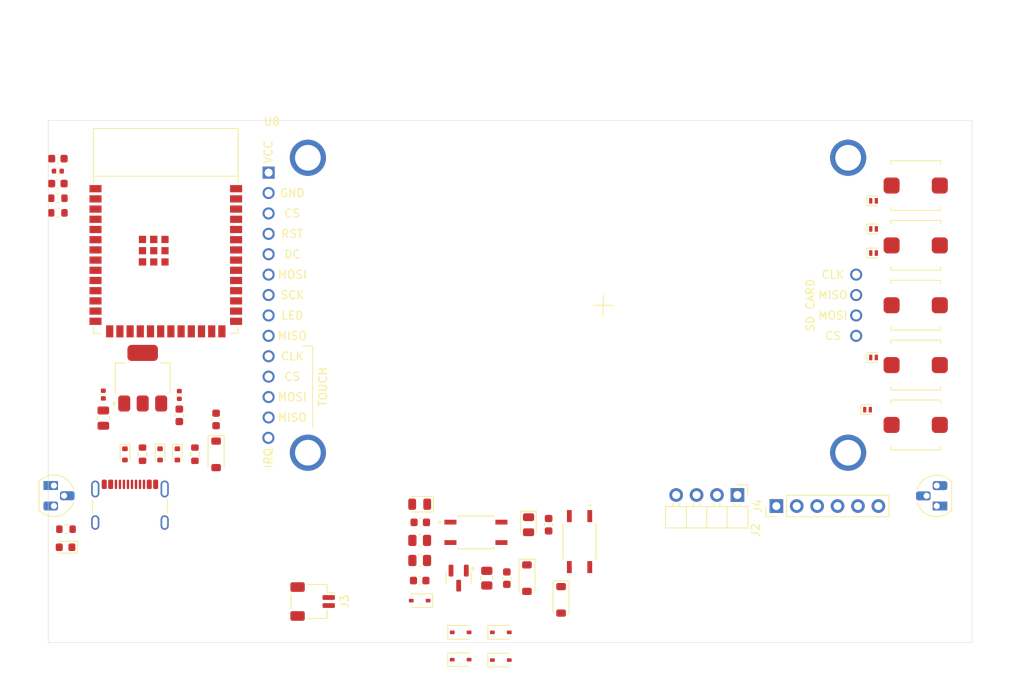
<source format=kicad_pcb>
(kicad_pcb (version 20240108) (generator "pcbnew") (generator_version "8.0")
  (layers (0 "F.Cu" signal) (31 "B.Cu" signal) (34 "B.Paste" user) (35 "F.Paste" user) (36 "B.SilkS" user "B.Silkscreen") (37 "F.SilkS" user "F.Silkscreen") (38 "B.Mask" user) (39 "F.Mask" user) (44 "Edge.Cuts" user))
  (net 0 "")
  (net 1 "Net-(D5-K)")
  (net 2 "Net-(U1-EN)")
  (net 3 "Net-(D10-K)")
  (net 4 "Net-(D11-K)")
  (net 5 "Net-(C11-Pad2)")
  (net 6 "Disp_MOSI")
  (net 7 "Disp_SCK")
  (net 8 "onewire")
  (net 9 "boil_to_cntr")
  (net 10 "cntr_to_boil")
  (net 11 "TOF_SCL")
  (net 12 "TOF_SDA")
  (net 13 "Disp_RES")
  (net 14 "Disp_LED")
  (net 15 "Disp_DC")
  (net 16 "VCC_3V3")
  (net 17 "Net-(C12-Pad2)")
  (net 18 "USB D+")
  (net 19 "USB D-")
  (net 20 "WS2812_CTRL")
  (net 21 "Net-(D6-K)")
  (net 22 "Net-(D6-A)")
  (net 23 "SD_MOSI")
  (net 24 "SD_MISO")
  (net 25 "SD_CS")
  (net 26 "SD_SCK")
  (net 27 "btn_up")
  (net 28 "btn_down")
  (net 29 "btn_confirm")
  (net 30 "btn_back")
  (net 31 "btn_home")
  (net 32 "Disp_CS")
  (net 33 "Disp_MISO")
  (net 34 "TOF_GPIO01")
  (net 35 "TOF_XSHUT")
  (net 36 "Net-(D8-A)")
  (net 37 "Net-(D12-K)")
  (net 42 "Net-(J1-CC2)")
  (net 43 "Net-(J1-CC1)")
  (net 60 "GND")
  (net 61 "VCC_5V")
  (net 62 "GND1")
  (net 63 "Vusb")
  (footprint "Project:SW_Push_SPEH" (layer "F.Cu") (at 189 89.9)
    (property "Reference" "SW5" (hide yes))
    (property "Value" "btn_back")
    (pad "1" smd roundrect (at -3 0) (size 2 2) (layers "F.Cu" "F.Paste" "F.Mask") (net 60 "GND"))
    (pad "2" smd roundrect (at 3 0) (size 2 2) (layers "F.Cu" "F.Paste" "F.Mask") (net 30 "btn_back"))
  )
  (footprint "Connector_JST:JST_SH_SM02B-SRSS-TB_1x02-1MP_P1.00mm_Horizontal" (layer "F.Cu") (at 113.92 111.885 -90)
    (property "Reference" "J3" (at 0 -3.98 -90) (layer "F.SilkS"))
    (property "Value" "Boiler")
    (pad "1" smd roundrect (at -0.5 -2 270) (size 0.6 1.55) (layers "F.Cu" "F.Paste" "F.Mask") (net 22 "Net-(D6-A)"))
    (pad "2" smd roundrect (at 0.5 -2 270) (size 0.6 1.55) (layers "F.Cu" "F.Paste" "F.Mask") (net 36 "Net-(D8-A)"))
    (pad "MP" smd roundrect (at -1.8 1.875 270) (size 1.2 1.8) (layers "F.Cu" "F.Paste" "F.Mask") (roundrect_rratio 0.208333))
    (pad "MP" smd roundrect (at 1.8 1.875 270) (size 1.2 1.8) (layers "F.Cu" "F.Paste" "F.Mask") (roundrect_rratio 0.208333))
  )
  (footprint "Package_TO_SOT_SMD:SOT-223-3_TabPin2" (layer "F.Cu") (at 92.764 84.0825 90)
    (property "Reference" "U2" (hide yes))
    (property "Value" "SGM2212-3.3XKC3G/TR")
    (pad "1" smd roundrect (at -3.15 -2.3 90) (size 2 1.5) (layers "F.Cu" "F.Paste" "F.Mask") (net 61 "VCC_5V"))
    (pad "2" smd roundrect (at -3.15 0 90) (size 2 1.5) (layers "F.Cu" "F.Paste" "F.Mask") (net 60 "GND"))
    (pad "2" smd roundrect (at 3.15 0 90) (size 2 3.8) (layers "F.Cu" "F.Paste" "F.Mask") (net 60 "GND"))
    (pad "3" smd roundrect (at -3.15 2.3 90) (size 2 1.5) (layers "F.Cu" "F.Paste" "F.Mask") (net 16 "VCC_3V3"))
  )
  (footprint "Project:SW_Push_SPEH" (layer "F.Cu") (at 189 82.45)
    (property "Reference" "SW4" (hide yes))
    (property "Value" "btn_confirm")
    (pad "1" smd roundrect (at -3 0) (size 2 2) (layers "F.Cu" "F.Paste" "F.Mask") (net 60 "GND"))
    (pad "2" smd roundrect (at 3 0) (size 2 2) (layers "F.Cu" "F.Paste" "F.Mask") (net 29 "btn_confirm"))
  )
  (footprint "Capacitor_SMD:C_0603_1608Metric" (layer "F.Cu") (at 82.2 56.75 180)
    (property "Reference" "C2" (hide yes))
    (property "Value" "0.1u" (hide yes))
    (pad "1" smd roundrect (at -0.775 0 180) (size 0.9 0.95) (layers "F.Cu" "F.Paste" "F.Mask") (net 16 "VCC_3V3"))
    (pad "2" smd roundrect (at 0.775 0 180) (size 0.9 0.95) (layers "F.Cu" "F.Paste" "F.Mask") (net 60 "GND"))
  )
  (footprint "Capacitor_SMD:C_0603_1608Metric" (layer "F.Cu") (at 127.25 109.275)
    (property "Reference" "C9" (hide yes))
    (property "Value" "10n")
    (pad "1" smd roundrect (at -0.775 0) (size 0.9 0.95) (layers "F.Cu" "F.Paste" "F.Mask") (net 62 "GND1"))
    (pad "2" smd roundrect (at 0.775 0) (size 0.9 0.95) (layers "F.Cu" "F.Paste" "F.Mask") (net 3 "Net-(D10-K)"))
  )
  (footprint "Resistor_SMD:R_0603_1608Metric" (layer "F.Cu") (at 92.74 93.545 -90)
    (property "Reference" "R3" (hide yes))
    (property "Value" "4k7")
    (pad "1" smd roundrect (at -0.825 0 270) (size 0.8 0.95) (layers "F.Cu" "F.Paste" "F.Mask") (net 60 "GND"))
    (pad "2" smd roundrect (at 0.825 0 270) (size 0.8 0.95) (layers "F.Cu" "F.Paste" "F.Mask") (net 43 "Net-(J1-CC1)"))
  )
  (footprint "Resistor_SMD:R_0805_2012Metric" (layer "F.Cu") (at 127.25 104.275 180)
    (property "Reference" "R6" (hide yes))
    (property "Value" "150")
    (pad "1" smd roundrect (at -0.9125 0 180) (size 1.025 1.4) (layers "F.Cu" "F.Paste" "F.Mask") (roundrect_rratio 0.243902) (net 5 "Net-(C11-Pad2)"))
    (pad "2" smd roundrect (at 0.9125 0 180) (size 1.025 1.4) (layers "F.Cu" "F.Paste" "F.Mask") (roundrect_rratio 0.243902) (net 62 "GND1"))
  )
  (footprint "Package_TO_SOT_SMD:SOT-23" (layer "F.Cu") (at 132.1 108.975 -90)
    (property "Reference" "Q1" (hide yes))
    (property "Value" "MMBT2907A")
    (pad "1" smd roundrect (at -0.9375 -0.95 270) (size 1.475 0.6) (layers "F.Cu" "F.Paste" "F.Mask") (net 4 "Net-(D11-K)"))
    (pad "2" smd roundrect (at -0.9375 0.95 270) (size 1.475 0.6) (layers "F.Cu" "F.Paste" "F.Mask") (net 3 "Net-(D10-K)"))
    (pad "3" smd roundrect (at 0.9375 0 270) (size 1.475 0.6) (layers "F.Cu" "F.Paste" "F.Mask") (net 21 "Net-(D6-K)"))
  )
  (footprint "Capacitor_SMD:C_0603_1608Metric" (layer "F.Cu") (at 101.904 89.2175 90)
    (property "Reference" "C5" (hide yes))
    (property "Value" "0.1u")
    (pad "1" smd roundrect (at -0.775 0 90) (size 0.9 0.95) (layers "F.Cu" "F.Paste" "F.Mask") (net 61 "VCC_5V"))
    (pad "2" smd roundrect (at 0.775 0 90) (size 0.9 0.95) (layers "F.Cu" "F.Paste" "F.Mask") (net 60 "GND"))
  )
  (footprint "Package_TO_SOT_THT:TO-92L_HandSolder" (layer "F.Cu") (at 81.71 97.45 -90)
    (property "Reference" "U6" (hide yes))
    (property "Value" "DS18S20")
    (pad "1" thru_hole rect (at 0 0 270) (size 1.1 1.8) (drill 0.75 (offset 0 0.4)) (layers "*.Cu" "*.Mask") (net 60 "GND"))
    (pad "2" thru_hole roundrect (at 1.27 -1.27 270) (size 1.1 1.8) (drill 0.75 (offset 0 -0.4)) (layers "*.Cu" "*.Mask") (net 8 "onewire"))
    (pad "3" thru_hole roundrect (at 2.54 0 270) (size 1.1 1.8) (drill 0.75 (offset 0 0.4)) (layers "*.Cu" "*.Mask") (net 16 "VCC_3V3"))
  )
  (footprint "LED_SMD:LED_0603_1608Metric" (layer "F.Cu") (at 83.165 105.13 180)
    (property "Reference" "D5" (hide yes))
    (property "Value" "XL-1608UGC-04" (hide yes))
    (pad "1" smd roundrect (at -0.7875 0 180) (size 0.875 0.95) (layers "F.Cu" "F.Paste" "F.Mask") (net 1 "Net-(D5-K)"))
    (pad "2" smd roundrect (at 0.7875 0 180) (size 0.875 0.95) (layers "F.Cu" "F.Paste" "F.Mask") (net 16 "VCC_3V3"))
  )
  (footprint "Diode_SMD:D_SOD-123" (layer "F.Cu") (at 144.85 111.675 -90)
    (property "Reference" "D12" (hide yes))
    (property "Value" "BZT52C4V3")
    (pad "1" smd roundrect (at -1.65 0 270) (size 0.9 1.2) (layers "F.Cu" "F.Paste" "F.Mask") (net 37 "Net-(D12-K)"))
    (pad "2" smd roundrect (at 1.65 0 270) (size 0.9 1.2) (layers "F.Cu" "F.Paste" "F.Mask") (net 62 "GND1"))
  )
  (footprint "Capacitor_SMD:C_0402_1005Metric" (layer "F.Cu") (at 82.2 58.3025 180)
    (property "Reference" "C3" (hide yes))
    (property "Value" "10u" (hide yes))
    (pad "1" smd roundrect (at -0.48 0 180) (size 0.56 0.62) (layers "F.Cu" "F.Paste" "F.Mask") (net 16 "VCC_3V3"))
    (pad "2" smd roundrect (at 0.48 0 180) (size 0.56 0.62) (layers "F.Cu" "F.Paste" "F.Mask") (net 60 "GND"))
  )
  (footprint "Diode_SMD:D_0805_2012Metric" (layer "F.Cu") (at 127.25 99.775 180)
    (property "Reference" "R9" (hide yes))
    (property "Value" "330")
    (pad "1" smd roundrect (at -0.9375 0 180) (size 0.975 1.4) (layers "F.Cu" "F.Paste" "F.Mask") (net 10 "cntr_to_boil"))
    (pad "2" smd roundrect (at 0.9375 0 180) (size 0.975 1.4) (layers "F.Cu" "F.Paste" "F.Mask") (net 60 "GND"))
  )
  (footprint "Diode_SMD:D_SOD-323" (layer "F.Cu") (at 137.35 119.175)
    (property "Reference" "D9" (hide yes))
    (property "Value" "1N4148WS")
    (pad "1" smd roundrect (at -1.05 0) (size 0.6 0.45) (layers "F.Cu" "F.Paste" "F.Mask") (net 36 "Net-(D8-A)"))
    (pad "2" smd roundrect (at 1.05 0) (size 0.6 0.45) (layers "F.Cu" "F.Paste" "F.Mask") (net 62 "GND1"))
  )
  (footprint "Capacitor_SMD:C_0603_1608Metric" (layer "F.Cu") (at 138.1 108.975 -90)
    (property "Reference" "C10" (hide yes))
    (property "Value" "2n2")
    (pad "1" smd roundrect (at -0.775 0 270) (size 0.9 0.95) (layers "F.Cu" "F.Paste" "F.Mask") (net 4 "Net-(D11-K)"))
    (pad "2" smd roundrect (at 0.775 0 270) (size 0.9 0.95) (layers "F.Cu" "F.Paste" "F.Mask") (net 62 "GND1"))
  )
  (footprint "Thermostat:ILI9341" (layer "F.Cu") (at 150.1 75)
    (property "Reference" "U8" (at -41.25 -22.86 0) (layer "F.SilkS"))
    (property "Value" "ILI9341_touch")
    (fp_text user "LED" (at -38.71 1.27 0) (layer "F.SilkS"))
    (fp_text user "CLK" (at 28.6 -3.81 0) (layer "F.SilkS"))
    (fp_text user "VCC" (at -41.69 -19.05 90) (layer "F.SilkS"))
    (fp_text user "SD CARD" (at 25.781 0 90) (layer "F.SilkS"))
    (fp_text user "CS" (at 28.6 3.81 0) (layer "F.SilkS"))
    (fp_text user "GND" (at -38.71 -13.97 0) (layer "F.SilkS"))
    (fp_text user "MISO" (at -38.71 13.97 0) (layer "F.SilkS"))
    (fp_text user "MOSI" (at -38.71 -3.81 0) (layer "F.SilkS"))
    (fp_text user "MISO" (at -38.71 3.81 0) (layer "F.SilkS"))
    (fp_text user "CLK" (at -38.71 6.35 0) (layer "F.SilkS"))
    (fp_text user "RST" (at -38.71 -8.89 0) (layer "F.SilkS"))
    (fp_text user "DC" (at -38.71 -6.35 0) (layer "F.SilkS"))
    (fp_text user "TOUCH" (at -34.9 10.16 90) (layer "F.SilkS"))
    (fp_text user "MOSI" (at -38.71 11.43 0) (layer "F.SilkS"))
    (fp_text user "CS" (at -38.71 -11.43 0) (layer "F.SilkS"))
    (fp_text user "MOSI" (at 28.6 1.27 0) (layer "F.SilkS"))
    (fp_text user "IRQ" (at -41.69 19.05 90) (layer "F.SilkS"))
    (fp_text user "SCK" (at -38.71 -1.27 0) (layer "F.SilkS"))
    (fp_text user "CS" (at -38.71 8.89 0) (layer "F.SilkS"))
    (fp_text user "MISO" (at 28.6 -1.27 0) (layer "F.SilkS"))
    (pad "" thru_hole circle (at -36.77 -18.36) (size 4.5 4.5) (drill 3.2) (layers "*.Cu" "*.Mask"))
    (pad "" thru_hole circle (at -36.77 18.36) (size 4.5 4.5) (drill 3.2) (layers "*.Cu" "*.Mask"))
    (pad "" thru_hole circle (at 30.49 -18.36) (size 4.5 4.5) (drill 3.2) (layers "*.Cu" "*.Mask"))
    (pad "" thru_hole circle (at 30.49 18.36) (size 4.5 4.5) (drill 3.2) (layers "*.Cu" "*.Mask"))
    (pad "1" thru_hole rect (at -41.66 -16.51) (size 1.5 1.5) (drill 1) (layers "*.Cu" "*.Mask") (net 16 "VCC_3V3"))
    (pad "2" thru_hole circle (at -41.66 -13.97) (size 1.5 1.5) (drill 1) (layers "*.Cu" "*.Mask") (net 60 "GND"))
    (pad "3" thru_hole circle (at -41.66 -11.43) (size 1.5 1.5) (drill 1) (layers "*.Cu" "*.Mask") (net 32 "Disp_CS"))
    (pad "4" thru_hole circle (at -41.66 -8.89) (size 1.5 1.5) (drill 1) (layers "*.Cu" "*.Mask") (net 13 "Disp_RES"))
    (pad "5" thru_hole circle (at -41.66 -6.35) (size 1.5 1.5) (drill 1) (layers "*.Cu" "*.Mask") (net 15 "Disp_DC"))
    (pad "6" thru_hole circle (at -41.66 -3.81) (size 1.5 1.5) (drill 1) (layers "*.Cu" "*.Mask") (net 6 "Disp_MOSI"))
    (pad "7" thru_hole circle (at -41.66 -1.27) (size 1.5 1.5) (drill 1) (layers "*.Cu" "*.Mask") (net 7 "Disp_SCK"))
    (pad "8" thru_hole circle (at -41.66 1.27) (size 1.5 1.5) (drill 1) (layers "*.Cu" "*.Mask") (net 14 "Disp_LED"))
    (pad "9" thru_hole circle (at -41.66 3.81) (size 1.5 1.5) (drill 1) (layers "*.Cu" "*.Mask") (net 33 "Disp_MISO"))
    (pad "10" thru_hole circle (at -41.66 6.35) (size 1.5 1.5) (drill 1) (layers "*.Cu" "*.Mask"))
    (pad "11" thru_hole circle (at -41.66 8.89) (size 1.5 1.5) (drill 1) (layers "*.Cu" "*.Mask"))
    (pad "12" thru_hole circle (at -41.66 11.43) (size 1.5 1.5) (drill 1) (layers "*.Cu" "*.Mask"))
    (pad "13" thru_hole circle (at -41.66 13.97) (size 1.5 1.5) (drill 1) (layers "*.Cu" "*.Mask"))
    (pad "14" thru_hole circle (at -41.69 16.51) (size 1.5 1.5) (drill 1) (layers "*.Cu" "*.Mask"))
    (pad "15" thru_hole circle (at 31.49 -3.81) (size 1.5 1.5) (drill 1) (layers "*.Cu" "*.Mask") (net 25 "SD_CS"))
    (pad "16" thru_hole circle (at 31.49 -1.27) (size 1.5 1.5) (drill 1) (layers "*.Cu" "*.Mask") (net 23 "SD_MOSI"))
    (pad "17" thru_hole circle (at 31.49 1.27) (size 1.5 1.5) (drill 1) (layers "*.Cu" "*.Mask") (net 24 "SD_MISO"))
    (pad "18" thru_hole circle (at 31.49 3.81) (size 1.5 1.5) (drill 1) (layers "*.Cu" "*.Mask") (net 26 "SD_SCK"))
  )
  (footprint "Resistor_SMD:R_0603_1608Metric" (layer "F.Cu") (at 99.268 93.545 -90)
    (property "Reference" "R2" (hide yes))
    (property "Value" "4k7")
    (pad "1" smd roundrect (at -0.825 0 270) (size 0.8 0.95) (layers "F.Cu" "F.Paste" "F.Mask") (net 60 "GND"))
    (pad "2" smd roundrect (at 0.825 0 270) (size 0.8 0.95) (layers "F.Cu" "F.Paste" "F.Mask") (net 42 "Net-(J1-CC2)"))
  )
  (footprint "Resistor_SMD:R_0603_1608Metric" (layer "F.Cu") (at 82.2 63.5 180)
    (property "Reference" "R10" (hide yes))
    (property "Value" "4k7")
    (pad "1" smd roundrect (at -0.825 0 180) (size 0.8 0.95) (layers "F.Cu" "F.Paste" "F.Mask") (net 8 "onewire"))
    (pad "2" smd roundrect (at 0.825 0 180) (size 0.8 0.95) (layers "F.Cu" "F.Paste" "F.Mask") (net 16 "VCC_3V3"))
  )
  (footprint "Diode_SMD:D_SOD-523" (layer "F.Cu") (at 94.926 93.5675 -90)
    (property "Reference" "D2" (hide yes))
    (property "Value" "LESD5D5.0CT1G")
    (pad "1" smd roundrect (at -0.7 0 90) (size 0.6 0.7) (layers "F.Cu" "F.Paste" "F.Mask") (net 60 "GND"))
    (pad "2" smd roundrect (at 0.7 0 90) (size 0.6 0.7) (layers "F.Cu" "F.Paste" "F.Mask") (net 19 "USB D-"))
  )
  (footprint "Connector_USB:USB_C_Receptacle_GCT_USB4105-xx-A_16P_TopMnt_Horizontal" (layer "F.Cu") (at 91.18 100.98)
    (property "Reference" "J1" (hide yes))
    (property "Value" "USB-C port")
    (pad "" np_thru_hole circle (at -2.89 -2.605) (size 0.65 0.65) (drill 0.65) (layers "F&B.Cu" "*.Mask"))
    (pad "" np_thru_hole circle (at 2.89 -2.605) (size 0.65 0.65) (drill 0.65) (layers "F&B.Cu" "*.Mask"))
    (pad "A1" smd roundrect (at -3.2 -3.68) (size 0.6 1.15) (layers "F.Cu" "F.Paste" "F.Mask") (net 60 "GND"))
    (pad "A4" smd roundrect (at -2.4 -3.68) (size 0.6 1.15) (layers "F.Cu" "F.Paste" "F.Mask") (net 63 "Vusb"))
    (pad "A5" smd roundrect (at -1.25 -3.68) (size 0.3 1.15) (layers "F.Cu" "F.Paste" "F.Mask") (net 43 "Net-(J1-CC1)"))
    (pad "A6" smd roundrect (at -0.25 -3.68) (size 0.3 1.15) (layers "F.Cu" "F.Paste" "F.Mask") (net 18 "USB D+"))
    (pad "A7" smd roundrect (at 0.25 -3.68) (size 0.3 1.15) (layers "F.Cu" "F.Paste" "F.Mask") (net 19 "USB D-"))
    (pad "A8" smd roundrect (at 1.25 -3.68) (size 0.3 1.15) (layers "F.Cu" "F.Paste" "F.Mask"))
    (pad "A9" smd roundrect (at 2.4 -3.68) (size 0.6 1.15) (layers "F.Cu" "F.Paste" "F.Mask") (net 63 "Vusb"))
    (pad "A12" smd roundrect (at 3.2 -3.68) (size 0.6 1.15) (layers "F.Cu" "F.Paste" "F.Mask") (net 60 "GND"))
    (pad "B1" smd roundrect (at 3.2 -3.68) (size 0.6 1.15) (layers "F.Cu" "F.Paste" "F.Mask") (net 60 "GND"))
    (pad "B4" smd roundrect (at 2.4 -3.68) (size 0.6 1.15) (layers "F.Cu" "F.Paste" "F.Mask") (net 63 "Vusb"))
    (pad "B5" smd roundrect (at 1.75 -3.68) (size 0.3 1.15) (layers "F.Cu" "F.Paste" "F.Mask") (net 42 "Net-(J1-CC2)"))
    (pad "B6" smd roundrect (at 0.75 -3.68) (size 0.3 1.15) (layers "F.Cu" "F.Paste" "F.Mask") (net 18 "USB D+"))
    (pad "B7" smd roundrect (at -0.75 -3.68) (size 0.3 1.15) (layers "F.Cu" "F.Paste" "F.Mask") (net 19 "USB D-"))
    (pad "B8" smd roundrect (at -1.75 -3.68) (size 0.3 1.15) (layers "F.Cu" "F.Paste" "F.Mask"))
    (pad "B9" smd roundrect (at -2.4 -3.68) (size 0.6 1.15) (layers "F.Cu" "F.Paste" "F.Mask") (net 63 "Vusb"))
    (pad "B12" smd roundrect (at -3.2 -3.68) (size 0.6 1.15) (layers "F.Cu" "F.Paste" "F.Mask") (net 60 "GND"))
    (pad "S1" thru_hole oval (at -4.32 -3.105) (size 1 2.1) (drill oval 0.6 1.7) (layers "*.Cu" "*.Mask" "F.Paste"))
    (pad "S1" thru_hole oval (at -4.32 1.075) (size 1 1.8) (drill oval 0.6 1.4) (layers "*.Cu" "*.Mask" "F.Paste"))
    (pad "S1" thru_hole oval (at 4.32 -3.105) (size 1 2.1) (drill oval 0.6 1.7) (layers "*.Cu" "*.Mask" "F.Paste"))
    (pad "S1" thru_hole oval (at 4.32 1.075) (size 1 1.8) (drill oval 0.6 1.4) (layers "*.Cu" "*.Mask" "F.Paste"))
  )
  (footprint "Capacitor_SMD:C_0603_1608Metric" (layer "F.Cu") (at 143.3 102.325 -90)
    (property "Reference" "C12" (hide yes))
    (property "Value" "2n2")
    (pad "1" smd roundrect (at -0.775 0 270) (size 0.9 0.95) (layers "F.Cu" "F.Paste" "F.Mask") (net 60 "GND"))
    (pad "2" smd roundrect (at 0.775 0 270) (size 0.9 0.95) (layers "F.Cu" "F.Paste" "F.Mask") (net 17 "Net-(C12-Pad2)"))
  )
  (footprint "Diode_SMD:D_SOD-882" (layer "F.Cu") (at 183.75 62)
    (property "Reference" "D13" (hide yes))
    (property "Value" "LESD8D3.3CAT5G-ES")
    (pad "1" smd roundrect (at -0.35 0) (size 0.4 0.7) (layers "F.Cu" "F.Mask") (roundrect_rratio 0.125) (net 60 "GND"))
    (pad "2" smd roundrect (at 0.35 0) (size 0.4 0.7) (layers "F.Cu" "F.Mask") (roundrect_rratio 0.125) (net 31 "btn_home"))
  )
  (footprint "Project:SW_Push_SPEH" (layer "F.Cu") (at 189 60.1)
    (property "Reference" "SW1" (hide yes))
    (property "Value" "btn_home")
    (pad "1" smd roundrect (at -3 0) (size 2 2) (layers "F.Cu" "F.Paste" "F.Mask") (net 60 "GND"))
    (pad "2" smd roundrect (at 3 0) (size 2 2) (layers "F.Cu" "F.Paste" "F.Mask") (net 31 "btn_home"))
  )
  (footprint "Resistor_SMD:R_0603_1608Metric" (layer "F.Cu") (at 82.2 61.6775 180)
    (property "Reference" "R1" (hide yes))
    (property "Value" "10k")
    (pad "1" smd roundrect (at -0.825 0 180) (size 0.8 0.95) (layers "F.Cu" "F.Paste" "F.Mask") (net 2 "Net-(U1-EN)"))
    (pad "2" smd roundrect (at 0.825 0 180) (size 0.8 0.95) (layers "F.Cu" "F.Paste" "F.Mask") (net 16 "VCC_3V3"))
  )
  (footprint "Project:PinHeader_1x04_P2.54mm_Horizontal" (layer "F.Cu") (at 166.8 98.625 -90)
    (property "Reference" "J2" (at 4.385 -2.27 90) (layer "F.SilkS"))
    (property "Value" "Test connector")
    (pad "1" thru_hole rect (at 0 0 270) (size 1.7 1.7) (drill 1) (layers "*.Cu" "*.Mask") (net 61 "VCC_5V"))
    (pad "2" thru_hole oval (at 0 2.54 270) (size 1.7 1.7) (drill 1) (layers "*.Cu" "*.Mask") (net 16 "VCC_3V3"))
    (pad "3" thru_hole oval (at 0 5.08 270) (size 1.7 1.7) (drill 1) (layers "*.Cu" "*.Mask") (net 62 "GND1"))
    (pad "4" thru_hole oval (at 0 7.62 270) (size 1.7 1.7) (drill 1) (layers "*.Cu" "*.Mask") (net 60 "GND"))
  )
  (footprint "Resistor_SMD:R_0603_1608Metric" (layer "F.Cu") (at 83.215 102.88)
    (property "Reference" "R4" (hide yes))
    (property "Value" "5k1" (hide yes))
    (pad "1" smd roundrect (at -0.825 0) (size 0.8 0.95) (layers "F.Cu" "F.Paste" "F.Mask") (net 60 "GND"))
    (pad "2" smd roundrect (at 0.825 0) (size 0.8 0.95) (layers "F.Cu" "F.Paste" "F.Mask") (net 1 "Net-(D5-K)"))
  )
  (footprint "Diode_SMD:D_SOD-123" (layer "F.Cu") (at 101.904 93.5675 -90)
    (property "Reference" "D4" (hide yes))
    (property "Value" "1N5819HW-7-F")
    (pad "1" smd roundrect (at -1.65 0 270) (size 0.9 1.2) (layers "F.Cu" "F.Paste" "F.Mask") (net 61 "VCC_5V"))
    (pad "2" smd roundrect (at 1.65 0 270) (size 0.9 1.2) (layers "F.Cu" "F.Paste" "F.Mask") (net 63 "Vusb"))
  )
  (footprint "Resistor_SMD:R_0805_2012Metric" (layer "F.Cu") (at 127.25 106.775 180)
    (property "Reference" "R5" (hide yes))
    (property "Value" "200")
    (pad "1" smd roundrect (at -0.9125 0 180) (size 1.025 1.4) (layers "F.Cu" "F.Paste" "F.Mask") (roundrect_rratio 0.243902) (net 3 "Net-(D10-K)"))
    (pad "2" smd roundrect (at 0.9125 0 180) (size 1.025 1.4) (layers "F.Cu" "F.Paste" "F.Mask") (roundrect_rratio 0.243902) (net 5 "Net-(C11-Pad2)"))
  )
  (footprint "Diode_SMD:D_SOD-523" (layer "F.Cu") (at 90.554 93.5675 -90)
    (property "Reference" "D3" (hide yes))
    (property "Value" "LESD5D5.0CT1G")
    (pad "1" smd roundrect (at -0.7 0 90) (size 0.6 0.7) (layers "F.Cu" "F.Paste" "F.Mask") (net 60 "GND"))
    (pad "2" smd roundrect (at 0.7 0 90) (size 0.6 0.7) (layers "F.Cu" "F.Paste" "F.Mask") (net 63 "Vusb"))
  )
  (footprint "Capacitor_SMD:C_0402_1005Metric" (layer "F.Cu") (at 87.864 86.1225 90)
    (property "Reference" "C4" (hide yes))
    (property "Value" "10u")
    (pad "1" smd roundrect (at -0.48 0 90) (size 0.56 0.62) (layers "F.Cu" "F.Paste" "F.Mask") (net 61 "VCC_5V"))
    (pad "2" smd roundrect (at 0.48 0 90) (size 0.56 0.62) (layers "F.Cu" "F.Paste" "F.Mask") (net 60 "GND"))
  )
  (footprint "Capacitor_SMD:C_0603_1608Metric" (layer "F.Cu") (at 97.324 88.7075 -90)
    (property "Reference" "C6" (hide yes))
    (property "Value" "0.1u")
    (pad "1" smd roundrect (at -0.775 0 270) (size 0.9 0.95) (layers "F.Cu" "F.Paste" "F.Mask") (net 16 "VCC_3V3"))
    (pad "2" smd roundrect (at 0.775 0 270) (size 0.9 0.95) (layers "F.Cu" "F.Paste" "F.Mask") (net 60 "GND"))
  )
  (footprint "EL357N-G:OPTO_EL357N-G" (layer "F.Cu") (at 134.25 103.275)
    (property "Reference" "U4" (hide yes))
    (property "Value" "EL357N-G")
    (pad "1" smd rect (at -3.175 -1.27) (size 1.5 0.6) (layers "F.Cu" "F.Paste" "F.Mask") (net 5 "Net-(C11-Pad2)"))
    (pad "2" smd rect (at -3.175 1.27) (size 1.5 0.6) (layers "F.Cu" "F.Paste" "F.Mask") (net 62 "GND1"))
    (pad "3" smd rect (at 3.175 1.27) (size 1.5 0.6) (layers "F.Cu" "F.Paste" "F.Mask") (net 10 "cntr_to_boil"))
    (pad "4" smd rect (at 3.175 -1.27) (size 1.5 0.6) (layers "F.Cu" "F.Paste" "F.Mask") (net 16 "VCC_3V3"))
  )
  (footprint "Capacitor_SMD:C_0402_1005Metric" (layer "F.Cu") (at 97.324 86.1725 90)
    (property "Reference" "C7" (hide yes))
    (property "Value" "10u")
    (pad "1" smd roundrect (at -0.48 0 90) (size 0.56 0.62) (layers "F.Cu" "F.Paste" "F.Mask") (net 16 "VCC_3V3"))
    (pad "2" smd roundrect (at 0.48 0 90) (size 0.56 0.62) (layers "F.Cu" "F.Paste" "F.Mask") (net 60 "GND"))
  )
  (footprint "Capacitor_SMD:C_0603_1608Metric" (layer "F.Cu") (at 127.32 102.03)
    (property "Reference" "C11" (hide yes))
    (property "Value" "10n")
    (pad "1" smd roundrect (at -0.775 0) (size 0.9 0.95) (layers "F.Cu" "F.Paste" "F.Mask") (net 62 "GND1"))
    (pad "2" smd roundrect (at 0.775 0) (size 0.9 0.95) (layers "F.Cu" "F.Paste" "F.Mask") (net 5 "Net-(C11-Pad2)"))
  )
  (footprint "Diode_SMD:D_SOD-323" (layer "F.Cu") (at 132.35 115.725)
    (property "Reference" "D6" (hide yes))
    (property "Value" "1N4148WS")
    (pad "1" smd roundrect (at -1.05 0) (size 0.6 0.45) (layers "F.Cu" "F.Paste" "F.Mask") (net 21 "Net-(D6-K)"))
    (pad "2" smd roundrect (at 1.05 0) (size 0.6 0.45) (layers "F.Cu" "F.Paste" "F.Mask") (net 22 "Net-(D6-A)"))
  )
  (footprint "EL357N-G:OPTO_EL357N-G" (layer "F.Cu") (at 147.15 104.425 -90)
    (property "Reference" "U3" (hide yes))
    (property "Value" "EL357N-G")
    (pad "1" smd rect (at -3.175 -1.27 270) (size 1.5 0.6) (layers "F.Cu" "F.Paste" "F.Mask") (net 17 "Net-(C12-Pad2)"))
    (pad "2" smd rect (at -3.175 1.27 270) (size 1.5 0.6) (layers "F.Cu" "F.Paste" "F.Mask") (net 60 "GND"))
    (pad "3" smd rect (at 3.175 1.27 270) (size 1.5 0.6) (layers "F.Cu" "F.Paste" "F.Mask") (net 37 "Net-(D12-K)"))
    (pad "4" smd rect (at 3.175 -1.27 270) (size 1.5 0.6) (layers "F.Cu" "F.Paste" "F.Mask") (net 4 "Net-(D11-K)"))
  )
  (footprint "Diode_SMD:D_SOD-882" (layer "F.Cu") (at 183.75 81.5)
    (property "Reference" "D16" (hide yes))
    (property "Value" "LESD8D3.3CAT5G-ES")
    (pad "1" smd roundrect (at -0.35 0) (size 0.4 0.7) (layers "F.Cu" "F.Mask") (roundrect_rratio 0.125) (net 60 "GND"))
    (pad "2" smd roundrect (at 0.35 0) (size 0.4 0.7) (layers "F.Cu" "F.Mask") (roundrect_rratio 0.125) (net 29 "btn_confirm"))
  )
  (footprint "Diode_SMD:D_SOD-882" (layer "F.Cu") (at 183 88)
    (property "Reference" "D17" (hide yes))
    (property "Value" "LESD8D3.3CAT5G-ES")
    (pad "1" smd roundrect (at -0.35 0) (size 0.4 0.7) (layers "F.Cu" "F.Mask") (roundrect_rratio 0.125) (net 60 "GND"))
    (pad "2" smd roundrect (at 0.35 0) (size 0.4 0.7) (layers "F.Cu" "F.Mask") (roundrect_rratio 0.125) (net 30 "btn_back"))
  )
  (footprint "Capacitor_SMD:C_0805_2012Metric" (layer "F.Cu") (at 87.864 89.0525 -90)
    (property "Reference" "C8" (hide yes))
    (property "Value" "22u")
    (pad "1" smd roundrect (at -0.95 0 270) (size 1 1.45) (layers "F.Cu" "F.Paste" "F.Mask") (net 61 "VCC_5V"))
    (pad "2" smd roundrect (at 0.95 0 270) (size 1 1.45) (layers "F.Cu" "F.Paste" "F.Mask") (net 60 "GND"))
  )
  (footprint "Diode_SMD:D_SOD-882" (layer "F.Cu") (at 183.75 68.5)
    (property "Reference" "D15" (hide yes))
    (property "Value" "LESD8D3.3CAT5G-ES")
    (pad "1" smd roundrect (at -0.35 0) (size 0.4 0.7) (layers "F.Cu" "F.Mask") (roundrect_rratio 0.125) (net 60 "GND"))
    (pad "2" smd roundrect (at 0.35 0) (size 0.4 0.7) (layers "F.Cu" "F.Mask") (roundrect_rratio 0.125) (net 28 "btn_down"))
  )
  (footprint "Diode_SMD:D_0805_2012Metric" (layer "F.Cu") (at 140.8 102.325 -90)
    (property "Reference" "R8" (hide yes))
    (property "Value" "1k5")
    (pad "1" smd roundrect (at -0.9375 0 270) (size 0.975 1.4) (layers "F.Cu" "F.Paste" "F.Mask") (net 9 "boil_to_cntr"))
    (pad "2" smd roundrect (at 0.9375 0 270) (size 0.975 1.4) (layers "F.Cu" "F.Paste" "F.Mask") (net 17 "Net-(C12-Pad2)"))
  )
  (footprint "Package_TO_SOT_THT:TO-92L_HandSolder" (layer "F.Cu") (at 191.62 100 90)
    (property "Reference" "U7" (hide yes))
    (property "Value" "DS18S20")
    (pad "1" thru_hole rect (at 0 0 90) (size 1.1 1.8) (drill 0.75 (offset 0 0.4)) (layers "*.Cu" "*.Mask") (net 60 "GND"))
    (pad "2" thru_hole roundrect (at 1.27 -1.27 90) (size 1.1 1.8) (drill 0.75 (offset 0 -0.4)) (layers "*.Cu" "*.Mask") (net 8 "onewire"))
    (pad "3" thru_hole roundrect (at 2.54 0 90) (size 1.1 1.8) (drill 0.75 (offset 0 0.4)) (layers "*.Cu" "*.Mask") (net 16 "VCC_3V3"))
  )
  (footprint "Diode_SMD:D_SOD-123" (layer "F.Cu") (at 140.6 108.975 -90)
    (property "Reference" "D11" (hide yes))
    (property "Value" "BZT52C15V")
    (pad "1" smd roundrect (at -1.65 0 270) (size 0.9 1.2) (layers "F.Cu" "F.Paste" "F.Mask") (net 4 "Net-(D11-K)"))
    (pad "2" smd roundrect (at 1.65 0 270) (size 0.9 1.2) (layers "F.Cu" "F.Paste" "F.Mask") (net 62 "GND1"))
  )
  (footprint "Resistor_SMD:R_0805_2012Metric" (layer "F.Cu") (at 135.6 108.975 -90)
    (property "Reference" "R7" (hide yes))
    (property "Value" "330")
    (pad "1" smd roundrect (at -0.9125 0 270) (size 1.025 1.4) (layers "F.Cu" "F.Paste" "F.Mask") (roundrect_rratio 0.243902) (net 4 "Net-(D11-K)"))
    (pad "2" smd roundrect (at 0.9125 0 270) (size 1.025 1.4) (layers "F.Cu" "F.Paste" "F.Mask") (roundrect_rratio 0.243902) (net 21 "Net-(D6-K)"))
  )
  (footprint "Connector_PinHeader_2.54mm:PinHeader_1x06_P2.54mm_Vertical" (layer "F.Cu") (at 171.65 100 90)
    (property "Reference" "J4" (at 0 -2.33 90) (layer "F.SilkS"))
    (property "Value" "VL53L1X")
    (pad "1" thru_hole rect (at 0 0 90) (size 1.7 1.7) (drill 1) (layers "*.Cu" "*.Mask") (net 16 "VCC_3V3"))
    (pad "2" thru_hole oval (at 0 2.54 90) (size 1.7 1.7) (drill 1) (layers "*.Cu" "*.Mask") (net 60 "GND"))
    (pad "3" thru_hole oval (at 0 5.08 90) (size 1.7 1.7) (drill 1) (layers "*.Cu" "*.Mask") (net 12 "TOF_SDA"))
    (pad "4" thru_hole oval (at 0 7.62 90) (size 1.7 1.7) (drill 1) (layers "*.Cu" "*.Mask") (net 11 "TOF_SCL"))
    (pad "5" thru_hole oval (at 0 10.16 90) (size 1.7 1.7) (drill 1) (layers "*.Cu" "*.Mask") (net 34 "TOF_GPIO01"))
    (pad "6" thru_hole oval (at 0 12.7 90) (size 1.7 1.7) (drill 1) (layers "*.Cu" "*.Mask") (net 35 "TOF_XSHUT"))
  )
  (footprint "Diode_SMD:D_SOD-882" (layer "F.Cu") (at 183.75 65.5)
    (property "Reference" "D14" (hide yes))
    (property "Value" "LESD8D3.3CAT5G-ES")
    (pad "1" smd roundrect (at -0.35 0) (size 0.4 0.7) (layers "F.Cu" "F.Mask") (roundrect_rratio 0.125) (net 60 "GND"))
    (pad "2" smd roundrect (at 0.35 0) (size 0.4 0.7) (layers "F.Cu" "F.Mask") (roundrect_rratio 0.125) (net 27 "btn_up"))
  )
  (footprint "Diode_SMD:D_SOD-323" (layer "F.Cu") (at 132.35 119.125)
    (property "Reference" "D7" (hide yes))
    (property "Value" "1N4148WS")
    (pad "1" smd roundrect (at -1.05 0) (size 0.6 0.45) (layers "F.Cu" "F.Paste" "F.Mask") (net 22 "Net-(D6-A)"))
    (pad "2" smd roundrect (at 1.05 0) (size 0.6 0.45) (layers "F.Cu" "F.Paste" "F.Mask") (net 62 "GND1"))
  )
  (footprint "Project:SW_Push_SPEH" (layer "F.Cu") (at 189 67.55)
    (property "Reference" "SW2" (hide yes))
    (property "Value" "btn_up")
    (pad "1" smd roundrect (at -3 0) (size 2 2) (layers "F.Cu" "F.Paste" "F.Mask") (net 60 "GND"))
    (pad "2" smd roundrect (at 3 0) (size 2 2) (layers "F.Cu" "F.Paste" "F.Mask") (net 27 "btn_up"))
  )
  (footprint "Project:SW_Push_SPEH" (layer "F.Cu") (at 189 75)
    (property "Reference" "SW3" (hide yes))
    (property "Value" "btn_down")
    (pad "1" smd roundrect (at -3 0) (size 2 2) (layers "F.Cu" "F.Paste" "F.Mask") (net 60 "GND"))
    (pad "2" smd roundrect (at 3 0) (size 2 2) (layers "F.Cu" "F.Paste" "F.Mask") (net 28 "btn_down"))
  )
  (footprint "Diode_SMD:D_SOD-323" (layer "F.Cu") (at 127.25 111.775 180)
    (property "Reference" "D10" (hide yes))
    (property "Value" "BZT52C4V7S")
    (pad "1" smd roundrect (at -1.05 0 180) (size 0.6 0.45) (layers "F.Cu" "F.Paste" "F.Mask") (net 3 "Net-(D10-K)"))
    (pad "2" smd roundrect (at 1.05 0 180) (size 0.6 0.45) (layers "F.Cu" "F.Paste" "F.Mask") (net 62 "GND1"))
  )
  (footprint "Diode_SMD:D_SOD-323" (layer "F.Cu") (at 137.35 115.725)
    (property "Reference" "D8" (hide yes))
    (property "Value" "1N4148WS")
    (pad "1" smd roundrect (at -1.05 0) (size 0.6 0.45) (layers "F.Cu" "F.Paste" "F.Mask") (net 21 "Net-(D6-K)"))
    (pad "2" smd roundrect (at 1.05 0) (size 0.6 0.45) (layers "F.Cu" "F.Paste" "F.Mask") (net 36 "Net-(D8-A)"))
  )
  (footprint "Capacitor_SMD:C_0603_1608Metric" (layer "F.Cu") (at 82.2 59.855 180)
    (property "Reference" "C1" (hide yes))
    (property "Value" "1u" (hide yes))
    (pad "1" smd roundrect (at -0.775 0 180) (size 0.9 0.95) (layers "F.Cu" "F.Paste" "F.Mask") (net 2 "Net-(U1-EN)"))
    (pad "2" smd roundrect (at 0.775 0 180) (size 0.9 0.95) (layers "F.Cu" "F.Paste" "F.Mask") (net 60 "GND"))
  )
  (footprint "PCM_Espressif:ESP32-S3-WROOM-1" (layer "F.Cu") (at 95.64 68.75)
    (property "Reference" "U1" (hide yes))
    (property "Value" "ESP32-S3-WROOM-1-N8R2")
    (pad "1" smd rect (at -8.75 -8.26) (size 1.5 0.9) (layers "F.Cu" "F.Paste" "F.Mask") (net 60 "GND"))
    (pad "2" smd rect (at -8.75 -6.99) (size 1.5 0.9) (layers "F.Cu" "F.Paste" "F.Mask") (net 16 "VCC_3V3"))
    (pad "3" smd rect (at -8.75 -5.72) (size 1.5 0.9) (layers "F.Cu" "F.Paste" "F.Mask") (net 2 "Net-(U1-EN)"))
    (pad "4" smd rect (at -8.75 -4.45) (size 1.5 0.9) (layers "F.Cu" "F.Paste" "F.Mask"))
    (pad "5" smd rect (at -8.75 -3.18) (size 1.5 0.9) (layers "F.Cu" "F.Paste" "F.Mask") (net 8 "onewire"))
    (pad "6" smd rect (at -8.75 -1.91) (size 1.5 0.9) (layers "F.Cu" "F.Paste" "F.Mask"))
    (pad "7" smd rect (at -8.75 -0.64) (size 1.5 0.9) (layers "F.Cu" "F.Paste" "F.Mask") (net 13 "Disp_RES"))
    (pad "8" smd rect (at -8.75 0.63) (size 1.5 0.9) (layers "F.Cu" "F.Paste" "F.Mask") (net 15 "Disp_DC"))
    (pad "9" smd rect (at -8.75 1.9) (size 1.5 0.9) (layers "F.Cu" "F.Paste" "F.Mask"))
    (pad "10" smd rect (at -8.75 3.17) (size 1.5 0.9) (layers "F.Cu" "F.Paste" "F.Mask"))
    (pad "11" smd rect (at -8.75 4.44) (size 1.5 0.9) (layers "F.Cu" "F.Paste" "F.Mask") (net 14 "Disp_LED"))
    (pad "12" smd rect (at -8.75 5.71) (size 1.5 0.9) (layers "F.Cu" "F.Paste" "F.Mask"))
    (pad "13" smd rect (at -8.75 6.98) (size 1.5 0.9) (layers "F.Cu" "F.Paste" "F.Mask") (net 19 "USB D-"))
    (pad "14" smd rect (at -8.75 8.25) (size 1.5 0.9) (layers "F.Cu" "F.Paste" "F.Mask") (net 18 "USB D+"))
    (pad "15" smd rect (at -6.985 9.5 90) (size 1.5 0.9) (layers "F.Cu" "F.Paste" "F.Mask") (net 32 "Disp_CS"))
    (pad "16" smd rect (at -5.715 9.5 90) (size 1.5 0.9) (layers "F.Cu" "F.Paste" "F.Mask") (net 33 "Disp_MISO"))
    (pad "17" smd rect (at -4.445 9.5 90) (size 1.5 0.9) (layers "F.Cu" "F.Paste" "F.Mask") (net 7 "Disp_SCK"))
    (pad "18" smd rect (at -3.175 9.5 90) (size 1.5 0.9) (layers "F.Cu" "F.Paste" "F.Mask") (net 6 "Disp_MOSI"))
    (pad "19" smd rect (at -1.905 9.5 90) (size 1.5 0.9) (layers "F.Cu" "F.Paste" "F.Mask"))
    (pad "20" smd rect (at -0.635 9.5 90) (size 1.5 0.9) (layers "F.Cu" "F.Paste" "F.Mask") (net 11 "TOF_SCL"))
    (pad "21" smd rect (at 0.635 9.5 90) (size 1.5 0.9) (layers "F.Cu" "F.Paste" "F.Mask") (net 35 "TOF_XSHUT"))
    (pad "22" smd rect (at 1.905 9.5 90) (size 1.5 0.9) (layers "F.Cu" "F.Paste" "F.Mask") (net 34 "TOF_GPIO01"))
    (pad "23" smd rect (at 3.175 9.5 90) (size 1.5 0.9) (layers "F.Cu" "F.Paste" "F.Mask") (net 12 "TOF_SDA"))
    (pad "24" smd rect (at 4.445 9.5 90) (size 1.5 0.9) (layers "F.Cu" "F.Paste" "F.Mask"))
    (pad "25" smd rect (at 5.715 9.5 90) (size 1.5 0.9) (layers "F.Cu" "F.Paste" "F.Mask") (net 10 "cntr_to_boil"))
    (pad "26" smd rect (at 6.985 9.5 90) (size 1.5 0.9) (layers "F.Cu" "F.Paste" "F.Mask") (net 9 "boil_to_cntr"))
    (pad "27" smd rect (at 8.75 8.25 180) (size 1.5 0.9) (layers "F.Cu" "F.Paste" "F.Mask"))
    (pad "28" smd rect (at 8.75 6.98 180) (size 1.5 0.9) (layers "F.Cu" "F.Paste" "F.Mask"))
    (pad "29" smd rect (at 8.75 5.71 180) (size 1.5 0.9) (layers "F.Cu" "F.Paste" "F.Mask"))
    (pad "30" smd rect (at 8.75 4.44 180) (size 1.5 0.9) (layers "F.Cu" "F.Paste" "F.Mask") (net 30 "btn_back"))
    (pad "31" smd rect (at 8.75 3.17 180) (size 1.5 0.9) (layers "F.Cu" "F.Paste" "F.Mask") (net 29 "btn_confirm"))
    (pad "32" smd rect (at 8.75 1.9 180) (size 1.5 0.9) (layers "F.Cu" "F.Paste" "F.Mask") (net 25 "SD_CS"))
    (pad "33" smd rect (at 8.75 0.63 180) (size 1.5 0.9) (layers "F.Cu" "F.Paste" "F.Mask") (net 23 "SD_MOSI"))
    (pad "34" smd rect (at 8.75 -0.64 180) (size 1.5 0.9) (layers "F.Cu" "F.Paste" "F.Mask") (net 24 "SD_MISO"))
    (pad "35" smd rect (at 8.75 -1.91 180) (size 1.5 0.9) (layers "F.Cu" "F.Paste" "F.Mask") (net 26 "SD_SCK"))
    (pad "36" smd rect (at 8.75 -3.18 180) (size 1.5 0.9) (layers "F.Cu" "F.Paste" "F.Mask") (net 28 "btn_down"))
    (pad "37" smd rect (at 8.75 -4.45 180) (size 1.5 0.9) (layers "F.Cu" "F.Paste" "F.Mask") (net 27 "btn_up"))
    (pad "38" smd rect (at 8.75 -5.72 180) (size 1.5 0.9) (layers "F.Cu" "F.Paste" "F.Mask") (net 31 "btn_home"))
    (pad "39" smd rect (at 8.75 -6.99 180) (size 1.5 0.9) (layers "F.Cu" "F.Paste" "F.Mask") (net 20 "WS2812_CTRL"))
    (pad "40" smd rect (at 8.75 -8.26 180) (size 1.5 0.9) (layers "F.Cu" "F.Paste" "F.Mask") (net 60 "GND"))
    (pad "41" smd rect (at -2.9 -1.94 180) (size 0.9 0.9) (layers "F.Cu" "F.Paste" "F.Mask") (net 60 "GND"))
    (pad "41" smd rect (at -2.9 -0.54 180) (size 0.9 0.9) (layers "F.Cu" "F.Paste" "F.Mask") (net 60 "GND"))
    (pad "41" smd rect (at -2.9 0.86 180) (size 0.9 0.9) (layers "F.Cu" "F.Paste" "F.Mask") (net 60 "GND"))
    (pad "41" smd rect (at -2.9 0.86 180) (size 0.9 0.9) (layers "F.Cu" "F.Paste" "F.Mask") (net 60 "GND"))
    (pad "41" smd rect (at -1.5 -1.94 180) (size 0.9 0.9) (layers "F.Cu" "F.Paste" "F.Mask") (net 60 "GND"))
    (pad "41" smd rect (at -1.5 -1.94 180) (size 0.9 0.9) (layers "F.Cu" "F.Paste" "F.Mask") (net 60 "GND"))
    (pad "41" smd rect (at -1.5 -0.54 180) (size 0.9 0.9) (layers "F.Cu" "F.Paste" "F.Mask") (net 60 "GND"))
    (pad "41" smd rect (at -1.5 0.86 180) (size 0.9 0.9) (layers "F.Cu" "F.Paste" "F.Mask") (net 60 "GND"))
    (pad "41" smd rect (at -0.1 -1.94 180) (size 0.9 0.9) (layers "F.Cu" "F.Paste" "F.Mask") (net 60 "GND"))
    (pad "41" smd rect (at -0.1 -0.54 180) (size 0.9 0.9) (layers "F.Cu" "F.Paste" "F.Mask") (net 60 "GND"))
    (pad "41" smd rect (at -0.1 0.86 180) (size 0.9 0.9) (layers "F.Cu" "F.Paste" "F.Mask") (net 60 "GND"))
  )
  (footprint "Diode_SMD:D_SOD-523" (layer "F.Cu") (at 97.082 93.5675 -90)
    (property "Reference" "D1" (hide yes))
    (property "Value" "LESD5D5.0CT1G")
    (pad "1" smd roundrect (at -0.7 0 90) (size 0.6 0.7) (layers "F.Cu" "F.Paste" "F.Mask") (net 60 "GND"))
    (pad "2" smd roundrect (at 0.7 0 90) (size 0.6 0.7) (layers "F.Cu" "F.Paste" "F.Mask") (net 18 "USB D+"))
  )
  (gr_rect (start 81 52) (end 196 117) (stroke (width 0.05)) (fill none) (layer "Edge.Cuts"))
)
</source>
